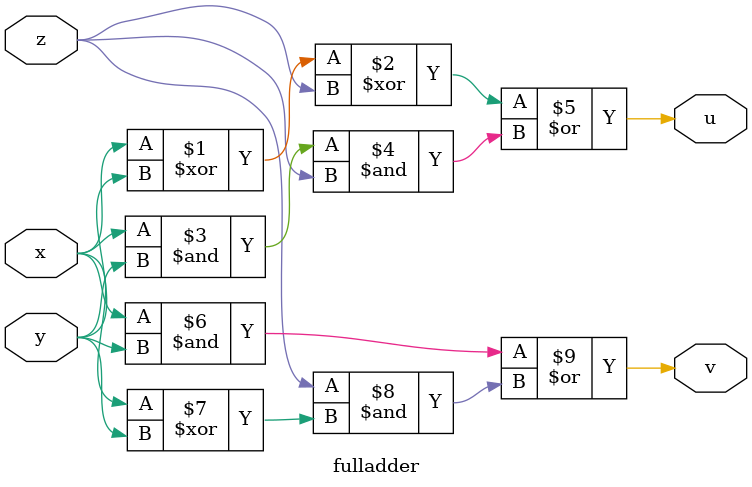
<source format=v>
module lab3part2(a, b, cin, s, cout);
	input [3:0] a;
	input [3:0] b;
	input cin;
	output [3:0] s;
	output cout;

	wire connect1, connect2, connect3;

	fulladder fa1(a[0], b[0], cin, s[0], connect1);
	fulladder fa2(a[1], b[1], connect1, s[1], connect2);
	fulladder fa3(a[2], b[2], connect2, s[2], connect3);
	fulladder fa4(a[3], b[3], connect3, s[3], cout);
endmodule

module fulladder(x, y, z, u, v);
	input x, y, z;
	output u, v;

	assign u = (x ^ y ^ z) | (x & y & z);
	assign v = (x & y) | (z & (x ^ y));
endmodule
	

</source>
